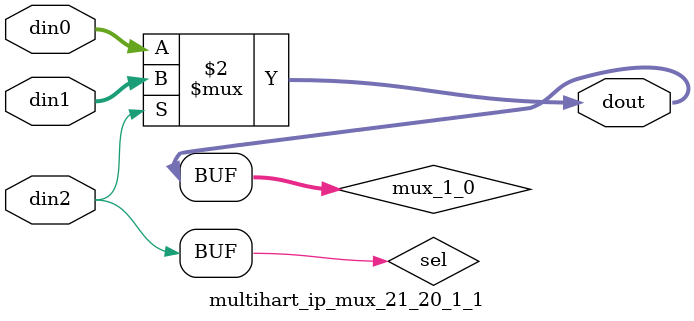
<source format=v>

`timescale 1ns/1ps

module multihart_ip_mux_21_20_1_1 #(
parameter
    ID                = 0,
    NUM_STAGE         = 1,
    din0_WIDTH       = 32,
    din1_WIDTH       = 32,
    din2_WIDTH         = 32,
    dout_WIDTH            = 32
)(
    input  [19 : 0]     din0,
    input  [19 : 0]     din1,
    input  [0 : 0]    din2,
    output [19 : 0]   dout);

// puts internal signals
wire [0 : 0]     sel;
// level 1 signals
wire [19 : 0]         mux_1_0;

assign sel = din2;

// Generate level 1 logic
assign mux_1_0 = (sel[0] == 0)? din0 : din1;

// output logic
assign dout = mux_1_0;

endmodule

</source>
